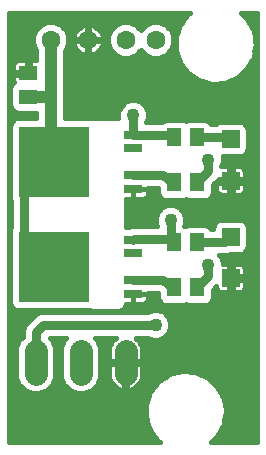
<source format=gtl>
G75*
%MOIN*%
%OFA0B0*%
%FSLAX25Y25*%
%IPPOS*%
%LPD*%
%AMOC8*
5,1,8,0,0,1.08239X$1,22.5*
%
%ADD10R,0.06299X0.03150*%
%ADD11R,0.23622X0.23622*%
%ADD12C,0.06299*%
%ADD13C,0.07500*%
%ADD14R,0.05118X0.06299*%
%ADD15R,0.06299X0.05118*%
%ADD16R,0.05906X0.05906*%
%ADD17R,0.05118X0.05906*%
%ADD18C,0.03150*%
%ADD19C,0.04331*%
%ADD20C,0.01575*%
%ADD21C,0.03937*%
D10*
X0147136Y0091078D03*
X0147136Y0095566D03*
X0147136Y0104542D03*
X0147136Y0109031D03*
X0147136Y0126078D03*
X0147136Y0130566D03*
X0147136Y0139542D03*
X0147136Y0144031D03*
D11*
X0120718Y0135054D03*
X0120718Y0100054D03*
D12*
X0119587Y0175679D03*
X0132087Y0175679D03*
X0144587Y0175679D03*
X0154587Y0175679D03*
D13*
X0144587Y0071929D02*
X0144587Y0064429D01*
X0129587Y0064429D02*
X0129587Y0071929D01*
X0114587Y0071929D02*
X0114587Y0064429D01*
D14*
X0160846Y0093179D03*
X0168327Y0093179D03*
X0168327Y0128179D03*
X0160846Y0128179D03*
D15*
X0112087Y0156742D03*
X0112087Y0164616D03*
D16*
X0179587Y0142569D03*
X0179587Y0128789D03*
X0179587Y0110069D03*
X0179587Y0096289D03*
D17*
X0168327Y0108179D03*
X0160846Y0108179D03*
X0160846Y0143179D03*
X0168327Y0143179D03*
D18*
X0178976Y0143179D01*
X0179587Y0142569D01*
X0172087Y0135679D02*
X0172087Y0131939D01*
X0168327Y0128179D01*
X0160846Y0128179D02*
X0159587Y0128179D01*
X0157087Y0130679D01*
X0147249Y0130679D01*
X0147136Y0130566D01*
X0147136Y0144031D02*
X0147087Y0144080D01*
X0147087Y0150679D01*
X0147136Y0144031D02*
X0159995Y0144031D01*
X0160846Y0143179D01*
X0159587Y0115679D02*
X0159587Y0109439D01*
X0147544Y0109439D01*
X0147136Y0109031D01*
X0159587Y0109439D02*
X0160846Y0108179D01*
X0168327Y0108179D02*
X0177697Y0108179D01*
X0179587Y0110069D01*
X0172087Y0100679D02*
X0172087Y0096939D01*
X0168327Y0093179D01*
X0160846Y0093179D02*
X0159587Y0093179D01*
X0157087Y0095679D01*
X0147249Y0095679D01*
X0147136Y0095566D01*
X0154587Y0080679D02*
X0117087Y0080679D01*
X0114587Y0078179D01*
X0114587Y0068179D01*
X0120718Y0100054D02*
X0122087Y0101422D01*
X0122087Y0108179D01*
X0120718Y0109547D01*
X0112205Y0109547D01*
X0110837Y0109429D01*
X0110837Y0133179D01*
X0118843Y0133179D01*
X0120718Y0135054D01*
D19*
X0122087Y0135679D03*
X0114587Y0135679D03*
X0114587Y0128179D03*
X0122087Y0128179D03*
X0129587Y0128179D03*
X0129587Y0135679D03*
X0129587Y0143179D03*
X0122087Y0143179D03*
X0114587Y0143179D03*
X0147087Y0150679D03*
X0172087Y0135679D03*
X0159587Y0115679D03*
X0172087Y0100679D03*
X0154587Y0080679D03*
X0129587Y0093179D03*
X0129587Y0100679D03*
X0129587Y0108179D03*
X0122087Y0108179D03*
X0114587Y0108179D03*
X0114587Y0100679D03*
X0122087Y0100679D03*
X0122087Y0093179D03*
X0114587Y0093179D03*
D20*
X0105630Y0041722D02*
X0105630Y0184636D01*
X0166069Y0184636D01*
X0165521Y0184277D01*
X0162814Y0180800D01*
X0161383Y0176632D01*
X0161383Y0172226D01*
X0162814Y0168058D01*
X0165521Y0164581D01*
X0169210Y0162171D01*
X0173481Y0161089D01*
X0173481Y0161089D01*
X0177873Y0161453D01*
X0181908Y0163223D01*
X0185150Y0166207D01*
X0185150Y0166207D01*
X0187247Y0170083D01*
X0187972Y0174429D01*
X0187247Y0178775D01*
X0187247Y0178776D01*
X0185150Y0182651D01*
X0182994Y0184636D01*
X0188543Y0184636D01*
X0188543Y0041722D01*
X0172994Y0041722D01*
X0175150Y0043707D01*
X0175150Y0043707D01*
X0177247Y0047583D01*
X0177972Y0051929D01*
X0177247Y0056275D01*
X0177247Y0056276D01*
X0175150Y0060151D01*
X0175150Y0060151D01*
X0175150Y0060151D01*
X0171908Y0063135D01*
X0167873Y0064905D01*
X0163481Y0065269D01*
X0159210Y0064187D01*
X0155521Y0061777D01*
X0155521Y0061777D01*
X0152814Y0058300D01*
X0151383Y0054132D01*
X0151383Y0049726D01*
X0152814Y0045558D01*
X0155521Y0042081D01*
X0156069Y0041722D01*
X0105630Y0041722D01*
X0105630Y0042899D02*
X0154884Y0042899D01*
X0155521Y0042081D02*
X0155521Y0042081D01*
X0155521Y0042081D01*
X0153659Y0044472D02*
X0105630Y0044472D01*
X0105630Y0046046D02*
X0152647Y0046046D01*
X0152814Y0045558D02*
X0152814Y0045558D01*
X0152107Y0047619D02*
X0105630Y0047619D01*
X0105630Y0049192D02*
X0151566Y0049192D01*
X0151383Y0050766D02*
X0105630Y0050766D01*
X0105630Y0052339D02*
X0151383Y0052339D01*
X0151383Y0053912D02*
X0105630Y0053912D01*
X0105630Y0055486D02*
X0151848Y0055486D01*
X0152388Y0057059D02*
X0105630Y0057059D01*
X0105630Y0058632D02*
X0111581Y0058632D01*
X0110901Y0058914D02*
X0109071Y0060744D01*
X0108081Y0063135D01*
X0108081Y0073223D01*
X0109071Y0075614D01*
X0110256Y0076799D01*
X0110256Y0079041D01*
X0110915Y0080632D01*
X0113415Y0083132D01*
X0114633Y0084351D01*
X0116225Y0085010D01*
X0152182Y0085010D01*
X0153608Y0085600D01*
X0155566Y0085600D01*
X0157374Y0084851D01*
X0158759Y0083467D01*
X0159508Y0081658D01*
X0159508Y0079700D01*
X0158759Y0077891D01*
X0157374Y0076507D01*
X0155566Y0075758D01*
X0153608Y0075758D01*
X0152182Y0076348D01*
X0147925Y0076348D01*
X0148194Y0076153D01*
X0148810Y0075537D01*
X0149323Y0074831D01*
X0149718Y0074055D01*
X0149988Y0073226D01*
X0150124Y0072365D01*
X0150124Y0068642D01*
X0145049Y0068642D01*
X0145049Y0067717D01*
X0150124Y0067717D01*
X0150124Y0063993D01*
X0149988Y0063132D01*
X0149718Y0062304D01*
X0149323Y0061527D01*
X0148810Y0060822D01*
X0148194Y0060205D01*
X0147489Y0059693D01*
X0146712Y0059297D01*
X0145883Y0059028D01*
X0145049Y0058896D01*
X0145049Y0067716D01*
X0144124Y0067716D01*
X0144124Y0058896D01*
X0143290Y0059028D01*
X0142461Y0059297D01*
X0141684Y0059693D01*
X0140979Y0060205D01*
X0140363Y0060822D01*
X0139851Y0061527D01*
X0139455Y0062304D01*
X0139186Y0063132D01*
X0139049Y0063993D01*
X0139049Y0067717D01*
X0144124Y0067717D01*
X0144124Y0068642D01*
X0139049Y0068642D01*
X0139049Y0072365D01*
X0139186Y0073226D01*
X0139455Y0074055D01*
X0139851Y0074831D01*
X0140363Y0075537D01*
X0140979Y0076153D01*
X0141248Y0076348D01*
X0134368Y0076348D01*
X0135102Y0075614D01*
X0136092Y0073223D01*
X0136092Y0063135D01*
X0135102Y0060744D01*
X0133272Y0058914D01*
X0130881Y0057923D01*
X0128292Y0057923D01*
X0125901Y0058914D01*
X0124071Y0060744D01*
X0123081Y0063135D01*
X0123081Y0073223D01*
X0124071Y0075614D01*
X0124805Y0076348D01*
X0119368Y0076348D01*
X0120102Y0075614D01*
X0121092Y0073223D01*
X0121092Y0063135D01*
X0120102Y0060744D01*
X0118272Y0058914D01*
X0115881Y0057923D01*
X0113292Y0057923D01*
X0110901Y0058914D01*
X0109609Y0060206D02*
X0105630Y0060206D01*
X0105630Y0061779D02*
X0108642Y0061779D01*
X0108081Y0063352D02*
X0105630Y0063352D01*
X0105630Y0064925D02*
X0108081Y0064925D01*
X0108081Y0066499D02*
X0105630Y0066499D01*
X0105630Y0068072D02*
X0108081Y0068072D01*
X0108081Y0069645D02*
X0105630Y0069645D01*
X0105630Y0071219D02*
X0108081Y0071219D01*
X0108081Y0072792D02*
X0105630Y0072792D01*
X0105630Y0074365D02*
X0108554Y0074365D01*
X0109395Y0075939D02*
X0105630Y0075939D01*
X0105630Y0077512D02*
X0110256Y0077512D01*
X0110274Y0079085D02*
X0105630Y0079085D01*
X0105630Y0080659D02*
X0110942Y0080659D01*
X0112515Y0082232D02*
X0105630Y0082232D01*
X0105630Y0083805D02*
X0114088Y0083805D01*
X0108359Y0085487D02*
X0132634Y0085487D01*
X0132788Y0085423D01*
X0142635Y0085423D01*
X0143648Y0085843D01*
X0144423Y0086618D01*
X0144842Y0087631D01*
X0144842Y0087716D01*
X0147136Y0087716D01*
X0150521Y0087716D01*
X0150975Y0087837D01*
X0151383Y0088073D01*
X0151716Y0088405D01*
X0151951Y0088813D01*
X0152073Y0089268D01*
X0152073Y0091078D01*
X0152073Y0091348D01*
X0155293Y0091348D01*
X0155531Y0091110D01*
X0155531Y0089481D01*
X0155951Y0088468D01*
X0156726Y0087693D01*
X0157739Y0087274D01*
X0163954Y0087274D01*
X0164587Y0087536D01*
X0165220Y0087274D01*
X0171434Y0087274D01*
X0172447Y0087693D01*
X0173222Y0088468D01*
X0173642Y0089481D01*
X0173642Y0092370D01*
X0174846Y0093574D01*
X0174846Y0093101D01*
X0174968Y0092647D01*
X0175204Y0092239D01*
X0175536Y0091906D01*
X0175944Y0091671D01*
X0176399Y0091549D01*
X0178898Y0091549D01*
X0178898Y0095600D01*
X0180276Y0095600D01*
X0180276Y0096978D01*
X0184327Y0096978D01*
X0184327Y0099477D01*
X0184205Y0099932D01*
X0183970Y0100340D01*
X0183637Y0100672D01*
X0183229Y0100908D01*
X0182775Y0101030D01*
X0180276Y0101030D01*
X0180276Y0096978D01*
X0178898Y0096978D01*
X0178898Y0101030D01*
X0177008Y0101030D01*
X0177008Y0101658D01*
X0176259Y0103467D01*
X0175877Y0103848D01*
X0178558Y0103848D01*
X0179794Y0104360D01*
X0183088Y0104360D01*
X0184100Y0104780D01*
X0184876Y0105555D01*
X0185295Y0106568D01*
X0185295Y0113570D01*
X0184876Y0114583D01*
X0184100Y0115358D01*
X0183088Y0115778D01*
X0176086Y0115778D01*
X0175073Y0115358D01*
X0174298Y0114583D01*
X0173878Y0113570D01*
X0173878Y0112510D01*
X0173298Y0112510D01*
X0173222Y0112693D01*
X0172447Y0113468D01*
X0171434Y0113888D01*
X0165220Y0113888D01*
X0164587Y0113626D01*
X0164139Y0113811D01*
X0164508Y0114700D01*
X0164508Y0116658D01*
X0163759Y0118467D01*
X0162374Y0119851D01*
X0160566Y0120600D01*
X0158608Y0120600D01*
X0156799Y0119851D01*
X0155415Y0118467D01*
X0154665Y0116658D01*
X0154665Y0114700D01*
X0155051Y0113770D01*
X0146683Y0113770D01*
X0145697Y0113361D01*
X0144842Y0113361D01*
X0144842Y0122716D01*
X0147136Y0122716D01*
X0150521Y0122716D01*
X0150975Y0122837D01*
X0151383Y0123073D01*
X0151716Y0123405D01*
X0151951Y0123813D01*
X0152073Y0124268D01*
X0152073Y0126078D01*
X0152073Y0126348D01*
X0155293Y0126348D01*
X0155531Y0126110D01*
X0155531Y0124481D01*
X0155951Y0123468D01*
X0156726Y0122693D01*
X0157739Y0122274D01*
X0163954Y0122274D01*
X0164587Y0122536D01*
X0165220Y0122274D01*
X0171434Y0122274D01*
X0172447Y0122693D01*
X0173222Y0123468D01*
X0173642Y0124481D01*
X0173642Y0127370D01*
X0175751Y0129478D01*
X0178898Y0129478D01*
X0178898Y0133530D01*
X0176523Y0133530D01*
X0177008Y0134700D01*
X0177008Y0136658D01*
X0176924Y0136860D01*
X0183088Y0136860D01*
X0184100Y0137280D01*
X0184876Y0138055D01*
X0185295Y0139068D01*
X0185295Y0146070D01*
X0184876Y0147083D01*
X0184100Y0147858D01*
X0183088Y0148278D01*
X0176086Y0148278D01*
X0175073Y0147858D01*
X0174725Y0147510D01*
X0173298Y0147510D01*
X0173222Y0147693D01*
X0172447Y0148468D01*
X0171434Y0148888D01*
X0165220Y0148888D01*
X0164587Y0148626D01*
X0163954Y0148888D01*
X0157739Y0148888D01*
X0156726Y0148468D01*
X0156619Y0148361D01*
X0151453Y0148361D01*
X0152008Y0149700D01*
X0152008Y0151658D01*
X0151259Y0153467D01*
X0149874Y0154851D01*
X0148066Y0155600D01*
X0146108Y0155600D01*
X0144299Y0154851D01*
X0142915Y0153467D01*
X0142165Y0151658D01*
X0142165Y0149700D01*
X0142172Y0149685D01*
X0132788Y0149685D01*
X0132634Y0149621D01*
X0124311Y0149621D01*
X0124311Y0172052D01*
X0124593Y0172334D01*
X0125492Y0174504D01*
X0125492Y0176854D01*
X0124593Y0179024D01*
X0122932Y0180686D01*
X0120761Y0181585D01*
X0118412Y0181585D01*
X0116241Y0180686D01*
X0114580Y0179024D01*
X0113681Y0176854D01*
X0113681Y0174504D01*
X0114580Y0172334D01*
X0114862Y0172052D01*
X0114862Y0168963D01*
X0112579Y0168963D01*
X0112579Y0165108D01*
X0111594Y0165108D01*
X0111594Y0164124D01*
X0107150Y0164124D01*
X0107150Y0161822D01*
X0107236Y0161498D01*
X0106601Y0160862D01*
X0106181Y0159849D01*
X0106181Y0153635D01*
X0106601Y0152622D01*
X0107376Y0151847D01*
X0108389Y0151427D01*
X0114862Y0151427D01*
X0114862Y0149621D01*
X0108359Y0149621D01*
X0107346Y0149201D01*
X0106571Y0148426D01*
X0106152Y0147413D01*
X0106152Y0122695D01*
X0106506Y0121839D01*
X0106506Y0113269D01*
X0106152Y0112413D01*
X0106152Y0087695D01*
X0106571Y0086682D01*
X0107346Y0085907D01*
X0108359Y0085487D01*
X0106459Y0086952D02*
X0105630Y0086952D01*
X0105630Y0088525D02*
X0106152Y0088525D01*
X0106152Y0090099D02*
X0105630Y0090099D01*
X0105630Y0091672D02*
X0106152Y0091672D01*
X0106152Y0093245D02*
X0105630Y0093245D01*
X0105630Y0094818D02*
X0106152Y0094818D01*
X0106152Y0096392D02*
X0105630Y0096392D01*
X0105630Y0097965D02*
X0106152Y0097965D01*
X0106152Y0099538D02*
X0105630Y0099538D01*
X0105630Y0101112D02*
X0106152Y0101112D01*
X0106152Y0102685D02*
X0105630Y0102685D01*
X0105630Y0104258D02*
X0106152Y0104258D01*
X0106152Y0105832D02*
X0105630Y0105832D01*
X0105630Y0107405D02*
X0106152Y0107405D01*
X0106152Y0108978D02*
X0105630Y0108978D01*
X0105630Y0110552D02*
X0106152Y0110552D01*
X0106152Y0112125D02*
X0105630Y0112125D01*
X0105630Y0113698D02*
X0106506Y0113698D01*
X0106506Y0115272D02*
X0105630Y0115272D01*
X0105630Y0116845D02*
X0106506Y0116845D01*
X0106506Y0118418D02*
X0105630Y0118418D01*
X0105630Y0119991D02*
X0106506Y0119991D01*
X0106506Y0121565D02*
X0105630Y0121565D01*
X0105630Y0123138D02*
X0106152Y0123138D01*
X0106152Y0124711D02*
X0105630Y0124711D01*
X0105630Y0126285D02*
X0106152Y0126285D01*
X0106152Y0127858D02*
X0105630Y0127858D01*
X0105630Y0129431D02*
X0106152Y0129431D01*
X0106152Y0131005D02*
X0105630Y0131005D01*
X0105630Y0132578D02*
X0106152Y0132578D01*
X0106152Y0134151D02*
X0105630Y0134151D01*
X0105630Y0135725D02*
X0106152Y0135725D01*
X0106152Y0137298D02*
X0105630Y0137298D01*
X0105630Y0138871D02*
X0106152Y0138871D01*
X0106152Y0140445D02*
X0105630Y0140445D01*
X0105630Y0142018D02*
X0106152Y0142018D01*
X0106152Y0143591D02*
X0105630Y0143591D01*
X0105630Y0145165D02*
X0106152Y0145165D01*
X0106152Y0146738D02*
X0105630Y0146738D01*
X0105630Y0148311D02*
X0106523Y0148311D01*
X0105630Y0149884D02*
X0114862Y0149884D01*
X0108315Y0151458D02*
X0105630Y0151458D01*
X0105630Y0153031D02*
X0106431Y0153031D01*
X0106181Y0154604D02*
X0105630Y0154604D01*
X0105630Y0156178D02*
X0106181Y0156178D01*
X0106181Y0157751D02*
X0105630Y0157751D01*
X0105630Y0159324D02*
X0106181Y0159324D01*
X0106636Y0160898D02*
X0105630Y0160898D01*
X0105630Y0162471D02*
X0107150Y0162471D01*
X0107150Y0164044D02*
X0105630Y0164044D01*
X0105630Y0165618D02*
X0107150Y0165618D01*
X0107150Y0165108D02*
X0111594Y0165108D01*
X0111594Y0168963D01*
X0108702Y0168963D01*
X0108247Y0168841D01*
X0107840Y0168605D01*
X0107507Y0168273D01*
X0107271Y0167865D01*
X0107150Y0167411D01*
X0107150Y0165108D01*
X0107150Y0167191D02*
X0105630Y0167191D01*
X0105630Y0168764D02*
X0108115Y0168764D01*
X0105630Y0170338D02*
X0114862Y0170338D01*
X0114862Y0171911D02*
X0105630Y0171911D01*
X0105630Y0173484D02*
X0114104Y0173484D01*
X0113681Y0175057D02*
X0105630Y0175057D01*
X0105630Y0176631D02*
X0113681Y0176631D01*
X0114240Y0178204D02*
X0105630Y0178204D01*
X0105630Y0179777D02*
X0115333Y0179777D01*
X0117847Y0181351D02*
X0105630Y0181351D01*
X0105630Y0182924D02*
X0164467Y0182924D01*
X0165521Y0184277D02*
X0165521Y0184277D01*
X0165521Y0184277D01*
X0165857Y0184497D02*
X0105630Y0184497D01*
X0121326Y0181351D02*
X0142847Y0181351D01*
X0143412Y0181585D02*
X0141241Y0180686D01*
X0139580Y0179024D01*
X0138681Y0176854D01*
X0138681Y0174504D01*
X0139580Y0172334D01*
X0141241Y0170673D01*
X0143412Y0169774D01*
X0145761Y0169774D01*
X0147932Y0170673D01*
X0149587Y0172327D01*
X0151241Y0170673D01*
X0153412Y0169774D01*
X0155761Y0169774D01*
X0157932Y0170673D01*
X0159593Y0172334D01*
X0160492Y0174504D01*
X0160492Y0176854D01*
X0159593Y0179024D01*
X0157932Y0180686D01*
X0155761Y0181585D01*
X0153412Y0181585D01*
X0151241Y0180686D01*
X0149587Y0179031D01*
X0147932Y0180686D01*
X0145761Y0181585D01*
X0143412Y0181585D01*
X0140333Y0179777D02*
X0134845Y0179777D01*
X0134674Y0179902D02*
X0133982Y0180254D01*
X0133243Y0180495D01*
X0132475Y0180616D01*
X0132283Y0180616D01*
X0132283Y0175876D01*
X0131890Y0175876D01*
X0131890Y0180616D01*
X0131698Y0180616D01*
X0130931Y0180495D01*
X0130191Y0180254D01*
X0129499Y0179902D01*
X0128870Y0179445D01*
X0128321Y0178895D01*
X0127864Y0178267D01*
X0127511Y0177574D01*
X0127271Y0176835D01*
X0127150Y0176068D01*
X0127150Y0175876D01*
X0131890Y0175876D01*
X0131890Y0175482D01*
X0132283Y0175482D01*
X0132283Y0170742D01*
X0132475Y0170742D01*
X0133243Y0170864D01*
X0133982Y0171104D01*
X0134674Y0171457D01*
X0135303Y0171913D01*
X0135852Y0172463D01*
X0136309Y0173092D01*
X0136662Y0173784D01*
X0136902Y0174523D01*
X0137024Y0175291D01*
X0137024Y0175482D01*
X0132284Y0175482D01*
X0132284Y0175876D01*
X0137024Y0175876D01*
X0137024Y0176068D01*
X0136902Y0176835D01*
X0136662Y0177574D01*
X0136309Y0178267D01*
X0135852Y0178895D01*
X0135303Y0179445D01*
X0134674Y0179902D01*
X0136341Y0178204D02*
X0139240Y0178204D01*
X0138681Y0176631D02*
X0136934Y0176631D01*
X0136987Y0175057D02*
X0138681Y0175057D01*
X0139104Y0173484D02*
X0136509Y0173484D01*
X0135299Y0171911D02*
X0140003Y0171911D01*
X0142050Y0170338D02*
X0124311Y0170338D01*
X0124311Y0171911D02*
X0128874Y0171911D01*
X0128870Y0171913D02*
X0129499Y0171457D01*
X0130191Y0171104D01*
X0130931Y0170864D01*
X0131698Y0170742D01*
X0131890Y0170742D01*
X0131890Y0175482D01*
X0127150Y0175482D01*
X0127150Y0175291D01*
X0127271Y0174523D01*
X0127511Y0173784D01*
X0127864Y0173092D01*
X0128321Y0172463D01*
X0128870Y0171913D01*
X0127664Y0173484D02*
X0125069Y0173484D01*
X0125492Y0175057D02*
X0127187Y0175057D01*
X0127239Y0176631D02*
X0125492Y0176631D01*
X0124933Y0178204D02*
X0127832Y0178204D01*
X0129328Y0179777D02*
X0123840Y0179777D01*
X0131890Y0179777D02*
X0132283Y0179777D01*
X0132283Y0178204D02*
X0131890Y0178204D01*
X0131890Y0176631D02*
X0132283Y0176631D01*
X0132283Y0175057D02*
X0131890Y0175057D01*
X0131890Y0173484D02*
X0132283Y0173484D01*
X0132283Y0171911D02*
X0131890Y0171911D01*
X0124311Y0168764D02*
X0162572Y0168764D01*
X0162814Y0168058D02*
X0162814Y0168058D01*
X0163489Y0167191D02*
X0124311Y0167191D01*
X0124311Y0165618D02*
X0164714Y0165618D01*
X0165521Y0164581D02*
X0165521Y0164581D01*
X0166342Y0164044D02*
X0124311Y0164044D01*
X0124311Y0162471D02*
X0168750Y0162471D01*
X0169210Y0162171D02*
X0169210Y0162171D01*
X0177873Y0161453D02*
X0177873Y0161453D01*
X0180194Y0162471D02*
X0188543Y0162471D01*
X0188543Y0164044D02*
X0182800Y0164044D01*
X0181908Y0163223D02*
X0181908Y0163223D01*
X0184509Y0165618D02*
X0188543Y0165618D01*
X0188543Y0167191D02*
X0185682Y0167191D01*
X0186534Y0168764D02*
X0188543Y0168764D01*
X0188543Y0170338D02*
X0187290Y0170338D01*
X0187247Y0170083D02*
X0187247Y0170083D01*
X0187552Y0171911D02*
X0188543Y0171911D01*
X0188543Y0173484D02*
X0187815Y0173484D01*
X0187868Y0175057D02*
X0188543Y0175057D01*
X0188543Y0176631D02*
X0187605Y0176631D01*
X0187342Y0178204D02*
X0188543Y0178204D01*
X0188543Y0179777D02*
X0186705Y0179777D01*
X0185853Y0181351D02*
X0188543Y0181351D01*
X0188543Y0182924D02*
X0184853Y0182924D01*
X0185150Y0182651D02*
X0185150Y0182651D01*
X0183144Y0184497D02*
X0188543Y0184497D01*
X0188543Y0160898D02*
X0124311Y0160898D01*
X0124311Y0159324D02*
X0188543Y0159324D01*
X0188543Y0157751D02*
X0124311Y0157751D01*
X0124311Y0156178D02*
X0188543Y0156178D01*
X0188543Y0154604D02*
X0150121Y0154604D01*
X0151439Y0153031D02*
X0188543Y0153031D01*
X0188543Y0151458D02*
X0152008Y0151458D01*
X0152008Y0149884D02*
X0188543Y0149884D01*
X0188543Y0148311D02*
X0172604Y0148311D01*
X0184119Y0137298D02*
X0188543Y0137298D01*
X0188543Y0138871D02*
X0185214Y0138871D01*
X0185295Y0140445D02*
X0188543Y0140445D01*
X0188543Y0142018D02*
X0185295Y0142018D01*
X0185295Y0143591D02*
X0188543Y0143591D01*
X0188543Y0145165D02*
X0185295Y0145165D01*
X0185019Y0146738D02*
X0188543Y0146738D01*
X0188543Y0135725D02*
X0177008Y0135725D01*
X0176780Y0134151D02*
X0188543Y0134151D01*
X0188543Y0132578D02*
X0184121Y0132578D01*
X0184205Y0132432D02*
X0183970Y0132840D01*
X0183637Y0133172D01*
X0183229Y0133408D01*
X0182775Y0133530D01*
X0180276Y0133530D01*
X0180276Y0129478D01*
X0184327Y0129478D01*
X0184327Y0131977D01*
X0184205Y0132432D01*
X0184327Y0131005D02*
X0188543Y0131005D01*
X0188543Y0129431D02*
X0180276Y0129431D01*
X0180276Y0129478D02*
X0180276Y0128100D01*
X0184327Y0128100D01*
X0184327Y0125601D01*
X0184205Y0125147D01*
X0183970Y0124739D01*
X0183637Y0124406D01*
X0183229Y0124171D01*
X0182775Y0124049D01*
X0180276Y0124049D01*
X0180276Y0128100D01*
X0178898Y0128100D01*
X0178898Y0124049D01*
X0176399Y0124049D01*
X0175944Y0124171D01*
X0175536Y0124406D01*
X0175204Y0124739D01*
X0174968Y0125147D01*
X0174846Y0125601D01*
X0174846Y0128100D01*
X0178898Y0128100D01*
X0178898Y0129478D01*
X0180276Y0129478D01*
X0178898Y0129431D02*
X0175704Y0129431D01*
X0174846Y0127858D02*
X0174130Y0127858D01*
X0173642Y0126285D02*
X0174846Y0126285D01*
X0175231Y0124711D02*
X0173642Y0124711D01*
X0172892Y0123138D02*
X0188543Y0123138D01*
X0188543Y0121565D02*
X0144842Y0121565D01*
X0144842Y0119991D02*
X0157138Y0119991D01*
X0155394Y0118418D02*
X0144842Y0118418D01*
X0144842Y0116845D02*
X0154743Y0116845D01*
X0154665Y0115272D02*
X0144842Y0115272D01*
X0144842Y0113698D02*
X0146510Y0113698D01*
X0147136Y0122716D02*
X0147136Y0126078D01*
X0152073Y0126078D01*
X0147136Y0126078D01*
X0147136Y0126078D01*
X0147136Y0122716D01*
X0147136Y0123138D02*
X0147136Y0123138D01*
X0147136Y0124711D02*
X0147136Y0124711D01*
X0147136Y0126078D02*
X0147136Y0126078D01*
X0151448Y0123138D02*
X0156281Y0123138D01*
X0155531Y0124711D02*
X0152073Y0124711D01*
X0152073Y0126285D02*
X0155356Y0126285D01*
X0162036Y0119991D02*
X0188543Y0119991D01*
X0188543Y0118418D02*
X0163779Y0118418D01*
X0164430Y0116845D02*
X0188543Y0116845D01*
X0188543Y0115272D02*
X0184187Y0115272D01*
X0185242Y0113698D02*
X0188543Y0113698D01*
X0188543Y0112125D02*
X0185295Y0112125D01*
X0185295Y0110552D02*
X0188543Y0110552D01*
X0188543Y0108978D02*
X0185295Y0108978D01*
X0185295Y0107405D02*
X0188543Y0107405D01*
X0188543Y0105832D02*
X0184990Y0105832D01*
X0188543Y0104258D02*
X0179548Y0104258D01*
X0177008Y0101112D02*
X0188543Y0101112D01*
X0188543Y0102685D02*
X0176582Y0102685D01*
X0178898Y0099538D02*
X0180276Y0099538D01*
X0180276Y0097965D02*
X0178898Y0097965D01*
X0180276Y0096392D02*
X0188543Y0096392D01*
X0188543Y0097965D02*
X0184327Y0097965D01*
X0184310Y0099538D02*
X0188543Y0099538D01*
X0188543Y0094818D02*
X0184327Y0094818D01*
X0184327Y0095600D02*
X0184327Y0093101D01*
X0184205Y0092647D01*
X0183970Y0092239D01*
X0183637Y0091906D01*
X0183229Y0091671D01*
X0182775Y0091549D01*
X0180276Y0091549D01*
X0180276Y0095600D01*
X0184327Y0095600D01*
X0184327Y0093245D02*
X0188543Y0093245D01*
X0188543Y0091672D02*
X0183231Y0091672D01*
X0180276Y0091672D02*
X0178898Y0091672D01*
X0178898Y0093245D02*
X0180276Y0093245D01*
X0180276Y0094818D02*
X0178898Y0094818D01*
X0175943Y0091672D02*
X0173642Y0091672D01*
X0173642Y0090099D02*
X0188543Y0090099D01*
X0188543Y0088525D02*
X0173246Y0088525D01*
X0174517Y0093245D02*
X0174846Y0093245D01*
X0188543Y0086952D02*
X0144561Y0086952D01*
X0147136Y0087716D02*
X0147136Y0091078D01*
X0152073Y0091078D01*
X0147136Y0091078D01*
X0147136Y0091078D01*
X0147136Y0087716D01*
X0147136Y0088525D02*
X0147136Y0088525D01*
X0147136Y0090099D02*
X0147136Y0090099D01*
X0147136Y0091078D02*
X0147136Y0091078D01*
X0152073Y0090099D02*
X0155531Y0090099D01*
X0155928Y0088525D02*
X0151785Y0088525D01*
X0153072Y0085379D02*
X0105630Y0085379D01*
X0119778Y0075939D02*
X0124395Y0075939D01*
X0123554Y0074365D02*
X0120619Y0074365D01*
X0121092Y0072792D02*
X0123081Y0072792D01*
X0123081Y0071219D02*
X0121092Y0071219D01*
X0121092Y0069645D02*
X0123081Y0069645D01*
X0123081Y0068072D02*
X0121092Y0068072D01*
X0121092Y0066499D02*
X0123081Y0066499D01*
X0123081Y0064925D02*
X0121092Y0064925D01*
X0121092Y0063352D02*
X0123081Y0063352D01*
X0123642Y0061779D02*
X0120531Y0061779D01*
X0119564Y0060206D02*
X0124609Y0060206D01*
X0126581Y0058632D02*
X0117592Y0058632D01*
X0132592Y0058632D02*
X0153073Y0058632D01*
X0152814Y0058300D02*
X0152814Y0058300D01*
X0154297Y0060206D02*
X0148194Y0060206D01*
X0149451Y0061779D02*
X0155523Y0061779D01*
X0157931Y0063352D02*
X0150022Y0063352D01*
X0150124Y0064925D02*
X0162124Y0064925D01*
X0159210Y0064187D02*
X0159210Y0064187D01*
X0150124Y0066499D02*
X0188543Y0066499D01*
X0188543Y0068072D02*
X0145049Y0068072D01*
X0144124Y0068072D02*
X0136092Y0068072D01*
X0136092Y0066499D02*
X0139049Y0066499D01*
X0139049Y0064925D02*
X0136092Y0064925D01*
X0136092Y0063352D02*
X0139151Y0063352D01*
X0139722Y0061779D02*
X0135531Y0061779D01*
X0134564Y0060206D02*
X0140979Y0060206D01*
X0144124Y0060206D02*
X0145049Y0060206D01*
X0145049Y0061779D02*
X0144124Y0061779D01*
X0144124Y0063352D02*
X0145049Y0063352D01*
X0145049Y0064925D02*
X0144124Y0064925D01*
X0144124Y0066499D02*
X0145049Y0066499D01*
X0150124Y0069645D02*
X0188543Y0069645D01*
X0188543Y0071219D02*
X0150124Y0071219D01*
X0150056Y0072792D02*
X0188543Y0072792D01*
X0188543Y0074365D02*
X0149560Y0074365D01*
X0148408Y0075939D02*
X0153171Y0075939D01*
X0156002Y0075939D02*
X0188543Y0075939D01*
X0188543Y0077512D02*
X0158379Y0077512D01*
X0159253Y0079085D02*
X0188543Y0079085D01*
X0188543Y0080659D02*
X0159508Y0080659D01*
X0159270Y0082232D02*
X0188543Y0082232D01*
X0188543Y0083805D02*
X0158420Y0083805D01*
X0156101Y0085379D02*
X0188543Y0085379D01*
X0188543Y0064925D02*
X0167630Y0064925D01*
X0171414Y0063352D02*
X0188543Y0063352D01*
X0188543Y0061779D02*
X0173381Y0061779D01*
X0171908Y0063135D02*
X0171908Y0063135D01*
X0175091Y0060206D02*
X0188543Y0060206D01*
X0188543Y0058632D02*
X0175972Y0058632D01*
X0176823Y0057059D02*
X0188543Y0057059D01*
X0188543Y0055486D02*
X0177379Y0055486D01*
X0177641Y0053912D02*
X0188543Y0053912D01*
X0188543Y0052339D02*
X0177904Y0052339D01*
X0177778Y0050766D02*
X0188543Y0050766D01*
X0188543Y0049192D02*
X0177516Y0049192D01*
X0177253Y0047619D02*
X0188543Y0047619D01*
X0188543Y0046046D02*
X0176415Y0046046D01*
X0177247Y0047583D02*
X0177247Y0047583D01*
X0175564Y0044472D02*
X0188543Y0044472D01*
X0188543Y0042899D02*
X0174272Y0042899D01*
X0140765Y0075939D02*
X0134778Y0075939D01*
X0135619Y0074365D02*
X0139613Y0074365D01*
X0139117Y0072792D02*
X0136092Y0072792D01*
X0136092Y0071219D02*
X0139049Y0071219D01*
X0139049Y0069645D02*
X0136092Y0069645D01*
X0164411Y0113698D02*
X0164762Y0113698D01*
X0164508Y0115272D02*
X0174986Y0115272D01*
X0173931Y0113698D02*
X0171892Y0113698D01*
X0178898Y0124711D02*
X0180276Y0124711D01*
X0180276Y0126285D02*
X0178898Y0126285D01*
X0178898Y0127858D02*
X0180276Y0127858D01*
X0180276Y0131005D02*
X0178898Y0131005D01*
X0178898Y0132578D02*
X0180276Y0132578D01*
X0184327Y0127858D02*
X0188543Y0127858D01*
X0188543Y0126285D02*
X0184327Y0126285D01*
X0183942Y0124711D02*
X0188543Y0124711D01*
X0144052Y0154604D02*
X0124311Y0154604D01*
X0124311Y0153031D02*
X0142734Y0153031D01*
X0142165Y0151458D02*
X0124311Y0151458D01*
X0124311Y0149884D02*
X0142165Y0149884D01*
X0147123Y0170338D02*
X0152050Y0170338D01*
X0150003Y0171911D02*
X0149170Y0171911D01*
X0148840Y0179777D02*
X0150333Y0179777D01*
X0152847Y0181351D02*
X0146326Y0181351D01*
X0156326Y0181351D02*
X0163243Y0181351D01*
X0162814Y0180800D02*
X0162814Y0180800D01*
X0162463Y0179777D02*
X0158840Y0179777D01*
X0159933Y0178204D02*
X0161923Y0178204D01*
X0161383Y0176631D02*
X0160492Y0176631D01*
X0160492Y0175057D02*
X0161383Y0175057D01*
X0161383Y0173484D02*
X0160069Y0173484D01*
X0159170Y0171911D02*
X0161491Y0171911D01*
X0162032Y0170338D02*
X0157123Y0170338D01*
X0112579Y0168764D02*
X0111594Y0168764D01*
X0111594Y0167191D02*
X0112579Y0167191D01*
X0112579Y0165618D02*
X0111594Y0165618D01*
D21*
X0112087Y0156742D02*
X0118524Y0156742D01*
X0119587Y0155679D01*
X0119587Y0136186D01*
X0120718Y0135054D01*
X0119587Y0155679D02*
X0119587Y0175679D01*
M02*

</source>
